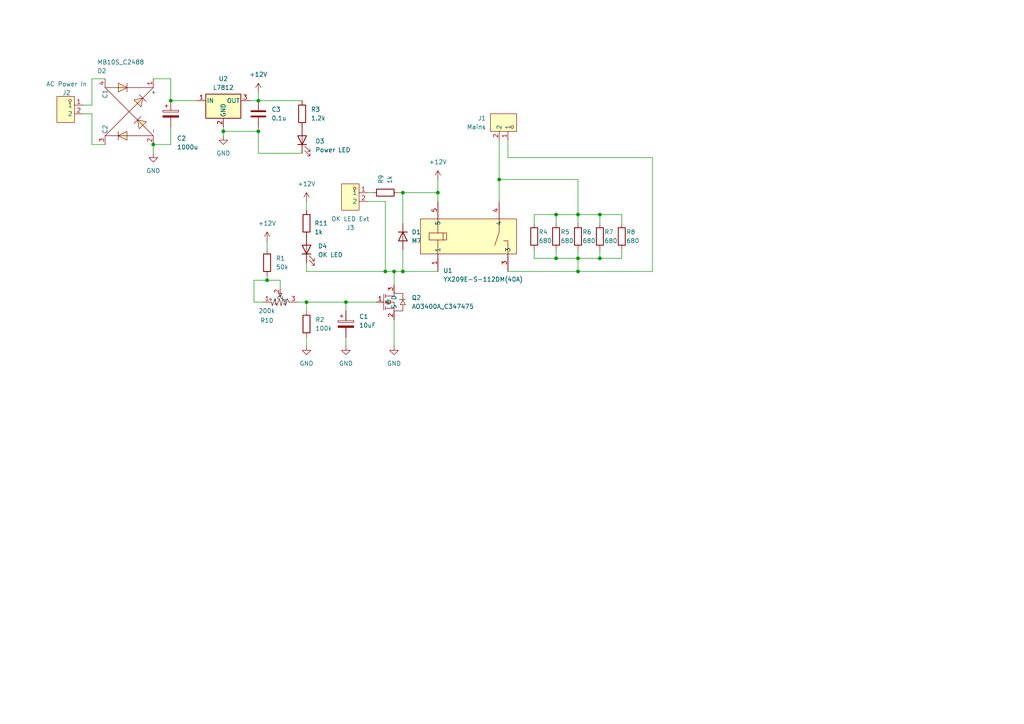
<source format=kicad_sch>
(kicad_sch (version 20250114) (generator "eeschema") (generator_version "9.0")
  (paper "A4")
  (lib_symbols
    (symbol "Custom Parts:MB10S_C2488"
      (property "Reference" "D" (at 0 12.7 0))
      (property "Value" "MB10S_C2488" (at 0 -11.43 0))
      (symbol "MB10S_C2488_0_1"
        (polyline (pts (xy -6.35 0) (xy -3.81 0) (xy -5.08 -2.54) (xy -6.35 0) (xy -6.35 0)) (fill (type background)))
        (polyline (pts (xy -6.35 -2.54) (xy -3.81 -2.54)))
        (polyline (pts (xy -5.08 7.62) (xy -5.08 -6.35)))
        (polyline (pts (xy -5.08 7.62) (xy 8.89 -6.35)))
        (polyline (pts (xy -5.08 -6.35) (xy 8.89 7.62)))
        (polyline (pts (xy -1.02 5.59) (xy -0.51 3.05) (xy -3.05 3.56) (xy -1.02 5.59)) (fill (type background)))
        (polyline (pts (xy 0.51 4.06) (xy -1.52 2.03)))
        (polyline (pts (xy 3.3 4.06) (xy 5.84 4.57) (xy 5.33 2.03) (xy 3.3 4.06)) (fill (type background)))
        (polyline (pts (xy 4.83 5.59) (xy 6.86 3.56)))
        (polyline (pts (xy 8.89 7.62) (xy 8.89 -6.35)))
        (polyline (pts (xy 10.16 0) (xy 7.62 0)))
        (polyline (pts (xy 10.16 -2.54) (xy 7.62 -2.54) (xy 8.89 0) (xy 10.16 -2.54) (xy 10.16 -2.54)) (fill (type background)))
        (pin unspecified line (at -7.62 7.62 0) (length 2.54) (name "-") (number "2"))
        (pin unspecified line (at -7.62 -6.35 0) (length 2.54) (name "C2") (number "3"))
        (pin unspecified line (at 11.43 7.62 180) (length 2.54) (name "+") (number "1"))
        (pin unspecified line (at 11.43 -6.35 180) (length 2.54) (name "C1") (number "4"))
      )
    )
    (symbol "Device:C" (pin_numbers (hide yes)) (pin_names (offset 0.254))
      (property "Reference" "C" (at 0.635 2.54 0))
      (property "Value" "C" (at 0.635 -2.54 0))
      (symbol "C_0_1"
        (polyline (pts (xy -2.032 0.762) (xy 2.032 0.762)) (stroke (width 0.508)))
        (polyline (pts (xy -2.032 -0.762) (xy 2.032 -0.762)) (stroke (width 0.508)))
      )
      (symbol "C_1_1"
        (pin passive line (at 0 3.81 270) (length 2.794) (name "~") (number "1"))
        (pin passive line (at 0 -3.81 90) (length 2.794) (name "~") (number "2"))
      )
    )
    (symbol "Device:C_Polarized" (pin_numbers (hide yes)) (pin_names (offset 0.254))
      (property "Reference" "C" (at 0.635 2.54 0))
      (property "Value" "C_Polarized" (at 0.635 -2.54 0))
      (symbol "C_Polarized_0_1"
        (rectangle (start -2.286 0.508) (end 2.286 1.016))
        (polyline (pts (xy -1.778 2.286) (xy -0.762 2.286)))
        (polyline (pts (xy -1.27 2.794) (xy -1.27 1.778)))
        (rectangle (start 2.286 -0.508) (end -2.286 -1.016) (fill (type outline)))
      )
      (symbol "C_Polarized_1_1"
        (pin passive line (at 0 3.81 270) (length 2.794) (name "~") (number "1"))
        (pin passive line (at 0 -3.81 90) (length 2.794) (name "~") (number "2"))
      )
    )
    (symbol "Device:D" (pin_numbers (hide yes)) (pin_names (offset 1.016) (hide yes))
      (property "Reference" "D" (at 0 2.54 0))
      (property "Value" "D" (at 0 -2.54 0))
      (symbol "D_0_1"
        (polyline (pts (xy -1.27 1.27) (xy -1.27 -1.27)) (stroke (width 0.254)))
        (polyline (pts (xy 1.27 1.27) (xy 1.27 -1.27) (xy -1.27 0) (xy 1.27 1.27)) (stroke (width 0.254)))
        (polyline (pts (xy 1.27 0) (xy -1.27 0)))
      )
      (symbol "D_1_1"
        (pin passive line (at -3.81 0 0) (length 2.54) (name "K") (number "1"))
        (pin passive line (at 3.81 0 180) (length 2.54) (name "A") (number "2"))
      )
    )
    (symbol "Device:LED" (pin_numbers (hide yes)) (pin_names (offset 1.016) (hide yes))
      (property "Reference" "D" (at 0 2.54 0))
      (property "Value" "LED" (at 0 -2.54 0))
      (symbol "LED_0_1"
        (polyline (pts (xy -3.048 -0.762) (xy -4.572 -2.286) (xy -3.81 -2.286) (xy -4.572 -2.286) (xy -4.572 -1.524)))
        (polyline (pts (xy -1.778 -0.762) (xy -3.302 -2.286) (xy -2.54 -2.286) (xy -3.302 -2.286) (xy -3.302 -1.524)))
        (polyline (pts (xy -1.27 0) (xy 1.27 0)))
        (polyline (pts (xy -1.27 -1.27) (xy -1.27 1.27)) (stroke (width 0.254)))
        (polyline (pts (xy 1.27 -1.27) (xy 1.27 1.27) (xy -1.27 0) (xy 1.27 -1.27)) (stroke (width 0.254)))
      )
      (symbol "LED_1_1"
        (pin passive line (at -3.81 0 0) (length 2.54) (name "K") (number "1"))
        (pin passive line (at 3.81 0 180) (length 2.54) (name "A") (number "2"))
      )
    )
    (symbol "Device:R" (pin_numbers (hide yes)) (pin_names (offset 0))
      (property "Reference" "R" (at 2.032 0 90))
      (property "Value" "R" (at 0 0 90))
      (symbol "R_0_1"
        (rectangle (start -1.016 -2.54) (end 1.016 2.54) (stroke (width 0.254)))
      )
      (symbol "R_1_1"
        (pin passive line (at 0 3.81 270) (length 1.27) (name "~") (number "1"))
        (pin passive line (at 0 -3.81 90) (length 1.27) (name "~") (number "2"))
      )
    )
    (symbol "parts:3296W-1-103"
      (property "Reference" "R" (at 0 8.89 0))
      (property "Value" "3296W-1-103" (at 0 -5.08 0))
      (symbol "3296W-1-103_0_1"
        (polyline (pts (xy -2.54 0) (xy -2.03 1.02)))
        (polyline (pts (xy -2.03 1.02) (xy -1.52 -1.02)))
        (polyline (pts (xy -1.52 -1.02) (xy -0.76 1.02)))
        (polyline (pts (xy -0.76 1.02) (xy -0.25 -1.02)))
        (polyline (pts (xy -0.51 2.54) (xy 0 1.52) (xy 0.51 2.54) (xy -0.51 2.54)) (fill (type background)))
        (polyline (pts (xy -0.25 -1.02) (xy 0.25 1.02)))
        (polyline (pts (xy 0 2.54) (xy 0 1.52)))
        (polyline (pts (xy 0.25 1.02) (xy 1.02 -1.02)))
        (polyline (pts (xy 1.02 -1.02) (xy 1.52 1.02)))
        (polyline (pts (xy 1.52 1.02) (xy 2.29 -1.02)))
        (polyline (pts (xy 2.29 -1.02) (xy 2.54 0)))
        (circle (center 2.79 0.76) (radius 0.25))
        (pin unspecified line (at -5.08 0 0) (length 2.54) (name "3") (number "3"))
        (pin unspecified line (at 0 3.81 270) (length 1.27) (name "2") (number "2"))
        (pin unspecified line (at 5.08 0 180) (length 2.54) (name "1") (number "1"))
      )
    )
    (symbol "parts:AO3400A_C347475"
      (property "Reference" "Q" (at 0 10.16 0))
      (property "Value" "AO3400A_C347475" (at 0 -10.16 0))
      (symbol "AO3400A_C347475_0_1"
        (polyline (pts (xy -3.05 2.29) (xy -3.05 -2.29)))
        (polyline (pts (xy -2.54 2.29) (xy -2.54 1.27)))
        (polyline (pts (xy -2.54 1.78) (xy 0 1.78) (xy 0 2.54) (xy 2.54 2.54) (xy 2.54 0.51)))
        (polyline (pts (xy -2.54 0) (xy -1.02 -0.51) (xy -1.02 0.51) (xy -2.54 0)) (fill (type background)))
        (polyline (pts (xy -2.54 0) (xy 0 0) (xy 0 -2.54) (xy 2.54 -2.54) (xy 2.54 -0.76)))
        (polyline (pts (xy -2.54 -0.51) (xy -2.54 0.51)))
        (polyline (pts (xy -2.54 -2.29) (xy -2.54 -1.27)))
        (polyline (pts (xy 0 -1.78) (xy -2.54 -1.78)))
        (polyline (pts (xy 1.52 0.76) (xy 3.3 0.76)))
        (polyline (pts (xy 2.54 0.51) (xy 1.78 -0.76) (xy 3.3 -0.76) (xy 2.54 0.51)) (fill (type background)))
        (pin unspecified line (at -5.08 0 0) (length 2.032) (name "G") (number "1"))
        (pin unspecified line (at 0 5.08 270) (length 2.54) (name "D") (number "3"))
        (pin unspecified line (at 0 -5.08 90) (length 2.54) (name "S") (number "2"))
      )
    )
    (symbol "parts:GND" (power) (pin_numbers (hide yes)) (pin_names (offset 0) (hide yes))
      (property "Value" "GND" (at 0 -3.81 0))
      (symbol "GND_0_1"
        (polyline (pts (xy 0 0) (xy 0 -1.27) (xy 1.27 -1.27) (xy 0 -2.54) (xy -1.27 -1.27) (xy 0 -1.27)))
      )
      (symbol "GND_1_1"
        (pin power_in line (at 0 0 270) (length 0) (name "~") (number "1"))
      )
    )
    (symbol "parts:KF635-6.35-2P"
      (property "Reference" "U" (at 0 6.35 0))
      (property "Value" "KF635-6.35-2P" (at 0 -6.35 0))
      (symbol "KF635-6.35-2P_0_1"
        (rectangle (start -2.54 3.81) (end 2.54 -3.81) (fill (type background)))
        (circle (center -1.27 2.54) (radius 0.38))
        (pin unspecified line (at -5.08 1.27 0) (length 2.54) (name "1") (number "1"))
        (pin unspecified line (at -5.08 -1.27 0) (length 2.54) (name "2") (number "2"))
      )
    )
    (symbol "parts:L7812" (pin_names (offset 0.254))
      (property "Reference" "U" (at -3.81 3.175 0))
      (property "Value" "L7812" (at 0 3.175 0))
      (symbol "L7812_0_1"
        (rectangle (start -5.08 1.905) (end 5.08 -5.08) (stroke (width 0.254)) (fill (type background)))
      )
      (symbol "L7812_1_1"
        (pin power_in line (at -7.62 0 0) (length 2.54) (name "IN") (number "1"))
        (pin power_in line (at 0 -7.62 90) (length 2.54) (name "GND") (number "2"))
        (pin power_out line (at 7.62 0 180) (length 2.54) (name "OUT") (number "3"))
      )
    )
    (symbol "parts:XH-2PA"
      (property "Reference" "U" (at 0 6.35 0))
      (property "Value" "XH-2PA" (at 0 -6.35 0))
      (symbol "XH-2PA_0_1"
        (rectangle (start -2.54 3.81) (end 2.54 -3.81) (fill (type background)))
        (circle (center -1.27 2.54) (radius 0.38))
        (pin unspecified line (at -5.08 1.27 0) (length 2.54) (name "1") (number "1"))
        (pin unspecified line (at -5.08 -1.27 0) (length 2.54) (name "2") (number "2"))
      )
    )
    (symbol "parts:YX209E-S-112DM(40A)"
      (property "Reference" "U" (at 0 15.24 0))
      (property "Value" "YX209E-S-112DM(40A)" (at 0 -15.24 0))
      (symbol "YX209E-S-112DM(40A)_0_1"
        (rectangle (start -15.24 5.08) (end 12.7 -5.08) (fill (type background)))
        (rectangle (start -12.7 1.02) (end -7.62 -1.02) (fill (type background)))
        (polyline (pts (xy -10.16 1.02) (xy -10.16 5.08)))
        (polyline (pts (xy -10.16 -1.02) (xy -10.16 -5.08)))
        (polyline (pts (xy -8.64 1.02) (xy -8.64 -1.02)))
        (polyline (pts (xy 7.62 5.08) (xy 7.62 1.27) (xy 6.35 -2.54)))
        (polyline (pts (xy 10.16 -5.08) (xy 10.16 -1.27) (xy 8.89 -1.27) (xy 10.16 -1.27)))
        (pin unspecified line (at -10.16 10.16 270) (length 5.08) (name "5") (number "5"))
        (pin unspecified line (at -10.16 -10.16 90) (length 5.08) (name "1") (number "1"))
        (pin unspecified line (at 7.62 10.16 270) (length 5.08) (name "4") (number "4"))
        (pin unspecified line (at 10.16 -10.16 90) (length 5.08) (name "3") (number "3"))
      )
    )
    (symbol "power:+VSW" (power) (pin_numbers (hide yes)) (pin_names (offset 0) (hide yes))
      (property "Value" "+VSW" (at 0 3.556 0))
      (symbol "+VSW_0_1"
        (polyline (pts (xy -0.762 1.27) (xy 0 2.54)))
        (polyline (pts (xy 0 2.54) (xy 0.762 1.27)))
        (polyline (pts (xy 0 0) (xy 0 2.54)))
      )
      (symbol "+VSW_1_1"
        (pin power_in line (at 0 0 90) (length 0) (name "~") (number "1"))
      )
    )
  )
  (junction (at 111.76 78.74))
  (junction (at 74.93 29.21))
  (junction (at 77.47 81.28))
  (junction (at 64.77 38.1))
  (junction (at 44.45 41.91))
  (junction (at 49.53 29.21))
  (junction (at 116.84 78.74))
  (junction (at 116.84 55.88))
  (junction (at 100.33 87.63))
  (junction (at 173.99 62.23))
  (junction (at 127 55.88))
  (junction (at 74.93 38.1))
  (junction (at 144.78 52.07))
  (junction (at 167.64 74.93))
  (junction (at 88.9 87.63))
  (junction (at 167.64 62.23))
  (junction (at 173.99 74.93))
  (junction (at 167.64 78.74))
  (junction (at 161.29 62.23))
  (junction (at 114.3 78.74))
  (junction (at 161.29 74.93))
  (wire (pts (xy 144.78 52.07) (xy 167.64 52.07)))
  (wire (pts (xy 88.9 87.63) (xy 100.33 87.63)))
  (wire (pts (xy 88.9 76.2) (xy 88.9 78.74)))
  (wire (pts (xy 144.78 52.07) (xy 144.78 58.42)))
  (wire (pts (xy 167.64 72.39) (xy 167.64 74.93)))
  (wire (pts (xy 154.94 62.23) (xy 161.29 62.23)))
  (wire (pts (xy 180.34 72.39) (xy 180.34 74.93)))
  (wire (pts (xy 100.33 87.63) (xy 100.33 90.17)))
  (wire (pts (xy 114.3 92.71) (xy 114.3 100.33)))
  (wire (pts (xy 115.57 55.88) (xy 116.84 55.88)))
  (wire (pts (xy 26.67 41.91) (xy 30.48 41.91)))
  (wire (pts (xy 111.76 78.74) (xy 114.3 78.74)))
  (wire (pts (xy 88.9 97.79) (xy 88.9 100.33)))
  (wire (pts (xy 127 55.88) (xy 127 58.42)))
  (wire (pts (xy 167.64 52.07) (xy 167.64 62.23)))
  (wire (pts (xy 114.3 78.74) (xy 114.3 82.55)))
  (wire (pts (xy 44.45 41.91) (xy 49.53 41.91)))
  (wire (pts (xy 173.99 74.93) (xy 180.34 74.93)))
  (wire (pts (xy 74.93 44.45) (xy 74.93 38.1)))
  (wire (pts (xy 88.9 58.42) (xy 88.9 60.96)))
  (wire (pts (xy 116.84 55.88) (xy 127 55.88)))
  (wire (pts (xy 77.47 80.01) (xy 77.47 81.28)))
  (wire (pts (xy 154.94 72.39) (xy 154.94 74.93)))
  (wire (pts (xy 189.23 78.74) (xy 189.23 45.72)))
  (wire (pts (xy 64.77 36.83) (xy 64.77 38.1)))
  (wire (pts (xy 111.76 58.42) (xy 111.76 78.74)))
  (wire (pts (xy 116.84 55.88) (xy 116.84 64.77)))
  (wire (pts (xy 73.66 87.63) (xy 76.2 87.63)))
  (wire (pts (xy 74.93 36.83) (xy 74.93 38.1)))
  (wire (pts (xy 72.39 29.21) (xy 74.93 29.21)))
  (wire (pts (xy 116.84 78.74) (xy 114.3 78.74)))
  (wire (pts (xy 116.84 72.39) (xy 116.84 78.74)))
  (wire (pts (xy 88.9 90.17) (xy 88.9 87.63)))
  (wire (pts (xy 154.94 64.77) (xy 154.94 62.23)))
  (wire (pts (xy 147.32 40.64) (xy 147.32 45.72)))
  (wire (pts (xy 111.76 58.42) (xy 106.68 58.42)))
  (wire (pts (xy 73.66 81.28) (xy 77.47 81.28)))
  (wire (pts (xy 144.78 40.64) (xy 144.78 52.07)))
  (wire (pts (xy 44.45 22.86) (xy 49.53 22.86)))
  (wire (pts (xy 77.47 81.28) (xy 81.28 81.28)))
  (wire (pts (xy 81.28 81.28) (xy 81.28 83.82)))
  (wire (pts (xy 26.67 30.48) (xy 26.67 22.86)))
  (wire (pts (xy 24.13 30.48) (xy 26.67 30.48)))
  (wire (pts (xy 100.33 87.63) (xy 109.22 87.63)))
  (wire (pts (xy 74.93 29.21) (xy 74.93 26.67)))
  (wire (pts (xy 173.99 74.93) (xy 173.99 72.39)))
  (wire (pts (xy 44.45 41.91) (xy 44.45 44.45)))
  (wire (pts (xy 77.47 69.85) (xy 77.47 72.39)))
  (wire (pts (xy 49.53 22.86) (xy 49.53 29.21)))
  (wire (pts (xy 49.53 29.21) (xy 57.15 29.21)))
  (wire (pts (xy 106.68 55.88) (xy 107.95 55.88)))
  (wire (pts (xy 64.77 38.1) (xy 64.77 39.37)))
  (wire (pts (xy 24.13 33.02) (xy 26.67 33.02)))
  (wire (pts (xy 180.34 64.77) (xy 180.34 62.23)))
  (wire (pts (xy 161.29 74.93) (xy 167.64 74.93)))
  (wire (pts (xy 26.67 22.86) (xy 30.48 22.86)))
  (wire (pts (xy 86.36 87.63) (xy 88.9 87.63)))
  (wire (pts (xy 73.66 87.63) (xy 73.66 81.28)))
  (wire (pts (xy 167.64 74.93) (xy 167.64 78.74)))
  (wire (pts (xy 173.99 62.23) (xy 180.34 62.23)))
  (wire (pts (xy 167.64 74.93) (xy 173.99 74.93)))
  (wire (pts (xy 74.93 29.21) (xy 87.63 29.21)))
  (wire (pts (xy 173.99 64.77) (xy 173.99 62.23)))
  (wire (pts (xy 173.99 62.23) (xy 167.64 62.23)))
  (wire (pts (xy 167.64 64.77) (xy 167.64 62.23)))
  (wire (pts (xy 49.53 41.91) (xy 49.53 36.83)))
  (wire (pts (xy 88.9 78.74) (xy 111.76 78.74)))
  (wire (pts (xy 127 52.07) (xy 127 55.88)))
  (wire (pts (xy 127 78.74) (xy 116.84 78.74)))
  (wire (pts (xy 189.23 45.72) (xy 147.32 45.72)))
  (wire (pts (xy 147.32 78.74) (xy 167.64 78.74)))
  (wire (pts (xy 87.63 44.45) (xy 74.93 44.45)))
  (wire (pts (xy 74.93 38.1) (xy 64.77 38.1)))
  (wire (pts (xy 154.94 74.93) (xy 161.29 74.93)))
  (wire (pts (xy 161.29 72.39) (xy 161.29 74.93)))
  (wire (pts (xy 161.29 62.23) (xy 161.29 64.77)))
  (wire (pts (xy 167.64 78.74) (xy 189.23 78.74)))
  (wire (pts (xy 167.64 62.23) (xy 161.29 62.23)))
  (wire (pts (xy 26.67 33.02) (xy 26.67 41.91)))
  (wire (pts (xy 100.33 97.79) (xy 100.33 100.33)))
  (symbol (lib_id "Device:C_Polarized") (at 100.33 93.98 0) (unit 1)
    (property "Reference" "C1" (at 104.14 91.8209 0) (effects (justify left)))
    (property "Value" "10uF" (at 104.14 94.3609 0) (effects (justify left)))
    (property "Footprint" "Capacitor_SMD:C_0805_2012Metric_Pad1.18x1.45mm_HandSolder" (effects (hide yes)))
    (property "Description" "Polarized capacitor" (effects (hide yes)))
    (property "Sim.Device" "C" (effects (hide yes)))
    (property "Sim.Pins" "1=+ 2=-" (effects (hide yes)))
  )
  (symbol (lib_id "Device:R") (at 154.94 68.58 0) (unit 1) (exclude_from_sim yes)
    (property "Reference" "R4" (at 156.21 67.31 0) (effects (justify left)))
    (property "Value" "680" (at 156.21 69.85 0) (effects (justify left)))
    (property "Footprint" "Resistor_THT:R_Axial_Power_L48.0mm_W12.5mm_P55.88mm" (effects (hide yes)))
    (property "Description" "Resistor" (effects (hide yes)))
  )
  (symbol (lib_id "power:+VSW") (at 77.47 69.85 0) (unit 1)
    (property "Reference" "#PWR03" (effects (hide yes)))
    (property "Value" "+12V" (at 77.47 64.77 0))
    (property "Description" "Power symbol creates a global label with name \"+VSW\"" (effects (hide yes)))
  )
  (symbol (lib_id "Device:R") (at 88.9 64.77 0) (unit 1)
    (property "Reference" "R11" (at 91.186 64.77 0) (effects (justify left)))
    (property "Value" "1k" (at 91.186 67.31 0) (effects (justify left)))
    (property "Footprint" "Resistor_SMD:R_0805_2012Metric" (effects (hide yes)))
    (property "Description" "Resistor" (effects (hide yes)))
  )
  (symbol (lib_id "parts:YX209E-S-112DM(40A)") (at 137.16 68.58 0) (unit 1) (exclude_from_sim yes)
    (property "Reference" "U1" (at 128.524 78.486 0) (effects (justify left)))
    (property "Value" "YX209E-S-112DM(40A)" (at 128.524 81.026 0) (effects (justify left)))
    (property "Footprint" "parts:RELAY-TH_YX209E-S-112DM" (effects (hide yes)))
    (property "LCSC Part" "C19193906" (effects (hide yes)))
  )
  (symbol (lib_id "Device:LED") (at 87.63 40.64 90) (unit 1)
    (property "Reference" "D3" (at 91.44 40.9574 90) (effects (justify right)))
    (property "Value" "Power LED" (at 91.44 43.4974 90) (effects (justify right)))
    (property "Footprint" "LED_SMD:LED_0805_2012Metric_Pad1.15x1.40mm_HandSolder" (effects (hide yes)))
    (property "Description" "Light emitting diode" (effects (hide yes)))
    (property "Sim.Pins" "1=K 2=A" (effects (hide yes)))
  )
  (symbol (lib_id "Device:C") (at 74.93 33.02 0) (unit 1)
    (property "Reference" "C3" (at 78.74 31.7499 0) (effects (justify left)))
    (property "Value" "0.1u" (at 78.74 34.2899 0) (effects (justify left)))
    (property "Footprint" "Capacitor_SMD:C_0805_2012Metric_Pad1.18x1.45mm_HandSolder" (effects (hide yes)))
    (property "Description" "Unpolarized capacitor" (effects (hide yes)))
  )
  (symbol (lib_id "parts:GND") (at 100.33 100.33 0) (unit 1)
    (property "Reference" "#PWR02" (effects (hide yes)))
    (property "Value" "GND" (at 100.33 105.41 0))
    (property "Description" "Power symbol creates a global label with name \"GND\" , ground" (effects (hide yes)))
  )
  (symbol (lib_id "power:+VSW") (at 74.93 26.67 0) (mirror y) (unit 1)
    (property "Reference" "#PWR06" (effects (hide yes)))
    (property "Value" "+12V" (at 74.93 21.59 0))
    (property "Description" "Power symbol creates a global label with name \"+VSW\"" (effects (hide yes)))
  )
  (symbol (lib_id "Device:D") (at 116.84 68.58 270) (unit 1) (exclude_from_sim yes)
    (property "Reference" "D1" (at 119.38 67.3099 90) (effects (justify left)))
    (property "Value" "M7" (at 119.38 69.8499 90) (effects (justify left)))
    (property "Footprint" "Diode_SMD:D_SMA_Handsoldering" (effects (hide yes)))
    (property "Description" "Diode" (effects (hide yes)))
    (property "Sim.Device" "D" (effects (hide yes)))
    (property "Sim.Pins" "1=K 2=A" (effects (hide yes)))
  )
  (symbol (lib_id "Device:R") (at 88.9 93.98 0) (unit 1)
    (property "Reference" "R2" (at 91.44 92.7099 0) (effects (justify left)))
    (property "Value" "100k" (at 91.44 95.2499 0) (effects (justify left)))
    (property "Footprint" "Resistor_SMD:R_0805_2012Metric" (effects (hide yes)))
    (property "Description" "Resistor" (effects (hide yes)))
  )
  (symbol (lib_id "Device:R") (at 180.34 68.58 0) (unit 1) (exclude_from_sim yes)
    (property "Reference" "R8" (at 181.61 67.31 0) (effects (justify left)))
    (property "Value" "680" (at 181.61 69.85 0) (effects (justify left)))
    (property "Footprint" "Resistor_THT:R_Axial_Power_L48.0mm_W12.5mm_P55.88mm" (effects (hide yes)))
    (property "Description" "Resistor" (effects (hide yes)))
  )
  (symbol (lib_id "Device:R") (at 167.64 68.58 0) (unit 1) (exclude_from_sim yes)
    (property "Reference" "R6" (at 168.91 67.31 0) (effects (justify left)))
    (property "Value" "680" (at 168.91 69.85 0) (effects (justify left)))
    (property "Footprint" "Resistor_THT:R_Axial_Power_L48.0mm_W12.5mm_P55.88mm" (effects (hide yes)))
    (property "Description" "Resistor" (effects (hide yes)))
  )
  (symbol (lib_id "power:+VSW") (at 127 52.07 0) (unit 1)
    (property "Reference" "#PWR05" (effects (hide yes)))
    (property "Value" "+12V" (at 127 46.99 0))
    (property "Description" "Power symbol creates a global label with name \"+VSW\"" (effects (hide yes)))
  )
  (symbol (lib_id "parts:XH-2PA") (at 101.6 57.15 0) (mirror y) (unit 1) (exclude_from_sim yes)
    (property "Reference" "J3" (at 101.6 66.04 0))
    (property "Value" "OK LED Ext" (at 101.6 63.5 0))
    (property "Footprint" "parts:CONN-TH_XH-2A" (effects (hide yes)))
    (property "LCSC Part" "C5258883" (effects (hide yes)))
  )
  (symbol (lib_id "Device:R") (at 87.63 33.02 0) (unit 1)
    (property "Reference" "R3" (at 90.17 31.7499 0) (effects (justify left)))
    (property "Value" "1.2k" (at 90.17 34.2899 0) (effects (justify left)))
    (property "Footprint" "Resistor_SMD:R_0805_2012Metric" (effects (hide yes)))
    (property "Description" "Resistor" (effects (hide yes)))
  )
  (symbol (lib_id "parts:AO3400A_C347475") (at 114.3 87.63 0) (unit 1)
    (property "Reference" "Q2" (at 119.38 86.3599 0) (effects (justify left)))
    (property "Value" "AO3400A_C347475" (at 119.38 88.8999 0) (effects (justify left)))
    (property "Footprint" "parts:SOT-23-3_L2.9-W1.3-P1.90-LS2.4-BR" (effects (hide yes)))
    (property "Datasheet" "https://lcsc.com/product-detail/Others_Youtai-Semiconductor-Co-Ltd-AO3400A-5-8A_C347475.html" (effects (hide yes)))
    (property "LCSC Part" "C347475" (effects (hide yes)))
  )
  (symbol (lib_id "Device:R") (at 111.76 55.88 90) (unit 1) (exclude_from_sim yes)
    (property "Reference" "R9" (at 110.4899 53.34 0) (effects (justify left)))
    (property "Value" "1k" (at 113.0299 53.34 0) (effects (justify left)))
    (property "Footprint" "Resistor_SMD:R_0805_2012Metric" (effects (hide yes)))
    (property "Description" "Resistor" (effects (hide yes)))
  )
  (symbol (lib_id "parts:XH-2PA") (at 19.05 31.75 0) (mirror y) (unit 1) (exclude_from_sim yes)
    (property "Reference" "J2" (at 19.304 26.924 0))
    (property "Value" "AC Power In" (at 19.304 24.384 0))
    (property "Footprint" "parts:CONN-TH_XH-2A" (effects (hide yes)))
    (property "LCSC Part" "C5258883" (effects (hide yes)))
  )
  (symbol (lib_id "parts:KF635-6.35-2P") (at 146.05 35.56 270) (mirror x) (unit 1) (exclude_from_sim yes)
    (property "Reference" "J1" (at 140.97 34.2899 90) (effects (justify right)))
    (property "Value" "Mains" (at 140.97 36.8299 90) (effects (justify right)))
    (property "Footprint" "parts:CONN-TH_P6.35_KF635-6.35-2P" (effects (hide yes)))
    (property "Datasheet" "https://lcsc.com/product-detail/New-Quadratic-Unclassified-Data_Cixi-Kefa-Elec-KF635-6-35-2P_C475102.html" (effects (hide yes)))
    (property "LCSC Part" "C475102" (effects (hide yes)))
  )
  (symbol (lib_id "Custom Parts:MB10S_C2488") (at 36.83 34.29 270) (mirror x) (unit 1)
    (property "Reference" "D2" (at 28.194 20.574 90) (effects (justify left)))
    (property "Value" "MB10S_C2488" (at 28.194 18.034 90) (effects (justify left)))
    (property "Footprint" "parts:MBS_L4.7-W3.8-P2.40-LS7.0-TL" (effects (hide yes)))
    (property "Datasheet" "https://lcsc.com/product-detail/Bridge-Rectifiers_MB10S_C2488.html" (effects (hide yes)))
    (property "LCSC Part" "C2488" (effects (hide yes)))
  )
  (symbol (lib_id "parts:GND") (at 64.77 39.37 0) (mirror y) (unit 1)
    (property "Reference" "#PWR07" (effects (hide yes)))
    (property "Value" "GND" (at 64.77 44.45 0))
    (property "Description" "Power symbol creates a global label with name \"GND\" , ground" (effects (hide yes)))
  )
  (symbol (lib_id "parts:L7812") (at 64.77 29.21 0) (unit 1)
    (property "Reference" "U2" (at 64.77 22.86 0))
    (property "Value" "L7812" (at 64.77 25.4 0))
    (property "Footprint" "Package_TO_SOT_SMD:TO-252-2" (effects (hide yes)))
    (property "Datasheet" "http://www.st.com/content/ccc/resource/technical/document/datasheet/41/4f/b3/b0/12/d4/47/88/CD00000444.pdf/files/CD00000444.pdf/jcr:content/translations/en.CD00000444.pdf" (effects (hide yes)))
    (property "Description" "Positive 1.5A 35V Linear Regulator, Fixed Output 12V, TO-220/TO-263/TO-252" (effects (hide yes)))
  )
  (symbol (lib_id "Device:R") (at 173.99 68.58 0) (unit 1) (exclude_from_sim yes)
    (property "Reference" "R7" (at 175.26 67.31 0) (effects (justify left)))
    (property "Value" "680" (at 175.26 69.85 0) (effects (justify left)))
    (property "Footprint" "Resistor_THT:R_Axial_Power_L48.0mm_W12.5mm_P55.88mm" (effects (hide yes)))
    (property "Description" "Resistor" (effects (hide yes)))
  )
  (symbol (lib_id "parts:GND") (at 114.3 100.33 0) (unit 1)
    (property "Reference" "#PWR04" (effects (hide yes)))
    (property "Value" "GND" (at 114.3 105.41 0))
    (property "Description" "Power symbol creates a global label with name \"GND\" , ground" (effects (hide yes)))
  )
  (symbol (lib_id "Device:LED") (at 88.9 72.39 90) (unit 1)
    (property "Reference" "D4" (at 92.202 71.374 90) (effects (justify right)))
    (property "Value" "OK LED" (at 92.202 73.914 90) (effects (justify right)))
    (property "Footprint" "LED_SMD:LED_0805_2012Metric_Pad1.15x1.40mm_HandSolder" (effects (hide yes)))
    (property "Description" "Light emitting diode" (effects (hide yes)))
    (property "Sim.Pins" "1=K 2=A" (effects (hide yes)))
  )
  (symbol (lib_id "Device:R") (at 77.47 76.2 0) (unit 1)
    (property "Reference" "R1" (at 80.01 74.9299 0) (effects (justify left)))
    (property "Value" "50k" (at 80.01 77.4699 0) (effects (justify left)))
    (property "Footprint" "Resistor_SMD:R_0805_2012Metric" (effects (hide yes)))
    (property "Description" "Resistor" (effects (hide yes)))
  )
  (symbol (lib_id "parts:3296W-1-103") (at 81.28 87.63 0) (mirror y) (unit 1)
    (property "Reference" "R10" (at 75.438 92.964 0) (effects (justify right)))
    (property "Value" "200k" (at 74.93 90.17 0) (effects (justify right)))
    (property "Footprint" "parts:RES-ADJ-TH_3P-L10.0-W10.0-P2.50-L" (effects (hide yes)))
    (property "Datasheet" "https://lcsc.com/product-detail/Precision-Potentiometer_10KR_C118954.html" (effects (hide yes)))
    (property "LCSC Part" "C118954" (effects (hide yes)))
  )
  (symbol (lib_id "parts:GND") (at 44.45 44.45 0) (mirror y) (unit 1)
    (property "Reference" "#PWR08" (effects (hide yes)))
    (property "Value" "GND" (at 44.45 49.53 0))
    (property "Description" "Power symbol creates a global label with name \"GND\" , ground" (effects (hide yes)))
  )
  (symbol (lib_id "parts:GND") (at 88.9 100.33 0) (unit 1)
    (property "Reference" "#PWR01" (effects (hide yes)))
    (property "Value" "GND" (at 88.9 105.41 0))
    (property "Description" "Power symbol creates a global label with name \"GND\" , ground" (effects (hide yes)))
  )
  (symbol (lib_id "Device:C_Polarized") (at 49.53 33.02 0) (unit 1)
    (property "Reference" "C2" (at 51.308 40.132 0) (effects (justify left)))
    (property "Value" "1000u" (at 51.308 42.672 0) (effects (justify left)))
    (property "Footprint" "parts:CAP-TH_BD10.0-P5.00-D1.0-FD" (effects (hide yes)))
    (property "Description" "Polarized capacitor" (effects (hide yes)))
  )
  (symbol (lib_id "power:+VSW") (at 88.9 58.42 0) (unit 1)
    (property "Reference" "#PWR09" (effects (hide yes)))
    (property "Value" "+12V" (at 88.9 53.34 0))
    (property "Description" "Power symbol creates a global label with name \"+VSW\"" (effects (hide yes)))
  )
  (symbol (lib_id "Device:R") (at 161.29 68.58 0) (unit 1) (exclude_from_sim yes)
    (property "Reference" "R5" (at 162.56 67.31 0) (effects (justify left)))
    (property "Value" "680" (at 162.56 69.85 0) (effects (justify left)))
    (property "Footprint" "Resistor_THT:R_Axial_Power_L48.0mm_W12.5mm_P55.88mm" (effects (hide yes)))
    (property "Description" "Resistor" (effects (hide yes)))
  )
)
</source>
